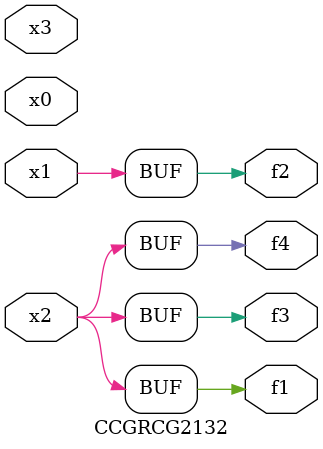
<source format=v>
module CCGRCG2132(
	input x0, x1, x2, x3,
	output f1, f2, f3, f4
);
	assign f1 = x2;
	assign f2 = x1;
	assign f3 = x2;
	assign f4 = x2;
endmodule

</source>
